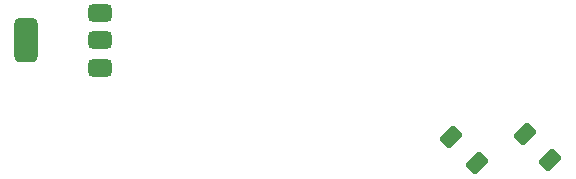
<source format=gbr>
%TF.GenerationSoftware,KiCad,Pcbnew,8.0.4*%
%TF.CreationDate,2024-07-30T00:45:45-04:00*%
%TF.ProjectId,ESP32-C3-WROOM-Node-Temperature,45535033-322d-4433-932d-57524f4f4d2d,rev?*%
%TF.SameCoordinates,Original*%
%TF.FileFunction,Paste,Bot*%
%TF.FilePolarity,Positive*%
%FSLAX46Y46*%
G04 Gerber Fmt 4.6, Leading zero omitted, Abs format (unit mm)*
G04 Created by KiCad (PCBNEW 8.0.4) date 2024-07-30 00:45:45*
%MOMM*%
%LPD*%
G01*
G04 APERTURE LIST*
G04 Aperture macros list*
%AMRoundRect*
0 Rectangle with rounded corners*
0 $1 Rounding radius*
0 $2 $3 $4 $5 $6 $7 $8 $9 X,Y pos of 4 corners*
0 Add a 4 corners polygon primitive as box body*
4,1,4,$2,$3,$4,$5,$6,$7,$8,$9,$2,$3,0*
0 Add four circle primitives for the rounded corners*
1,1,$1+$1,$2,$3*
1,1,$1+$1,$4,$5*
1,1,$1+$1,$6,$7*
1,1,$1+$1,$8,$9*
0 Add four rect primitives between the rounded corners*
20,1,$1+$1,$2,$3,$4,$5,0*
20,1,$1+$1,$4,$5,$6,$7,0*
20,1,$1+$1,$6,$7,$8,$9,0*
20,1,$1+$1,$8,$9,$2,$3,0*%
G04 Aperture macros list end*
%ADD10RoundRect,0.250000X-0.724784X-0.159099X-0.159099X-0.724784X0.724784X0.159099X0.159099X0.724784X0*%
%ADD11RoundRect,0.375000X0.625000X0.375000X-0.625000X0.375000X-0.625000X-0.375000X0.625000X-0.375000X0*%
%ADD12RoundRect,0.500000X0.500000X1.400000X-0.500000X1.400000X-0.500000X-1.400000X0.500000X-1.400000X0*%
%ADD13RoundRect,0.250000X0.724784X0.159099X0.159099X0.724784X-0.724784X-0.159099X-0.159099X-0.724784X0*%
G04 APERTURE END LIST*
D10*
%TO.C,R1*%
X161903984Y-74403984D03*
X164096016Y-76596016D03*
%TD*%
D11*
%TO.C,U2*%
X132150000Y-63900000D03*
X132150000Y-66200000D03*
X132150000Y-68500000D03*
D12*
X125850000Y-66200000D03*
%TD*%
D13*
%TO.C,R3*%
X170296016Y-76296016D03*
X168103984Y-74103984D03*
%TD*%
M02*

</source>
